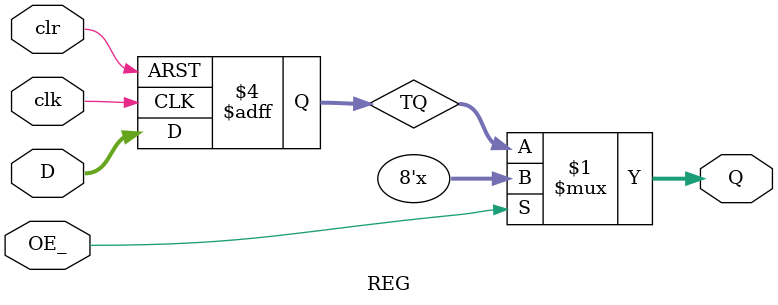
<source format=v>
`timescale 1ns / 1ps

module REG (
    input [8:1] D,
    input OE_,
    input clk,
    input clr,
    output [8:1] Q
);
  reg [8:1] TQ = 8'b0;
  assign Q = OE_ ? 8'bzzzzzzzz : TQ;
  always @(posedge clk or posedge clr) begin
    if (clr) TQ <= 8'b0;
    else TQ <= D;
  end
endmodule

</source>
